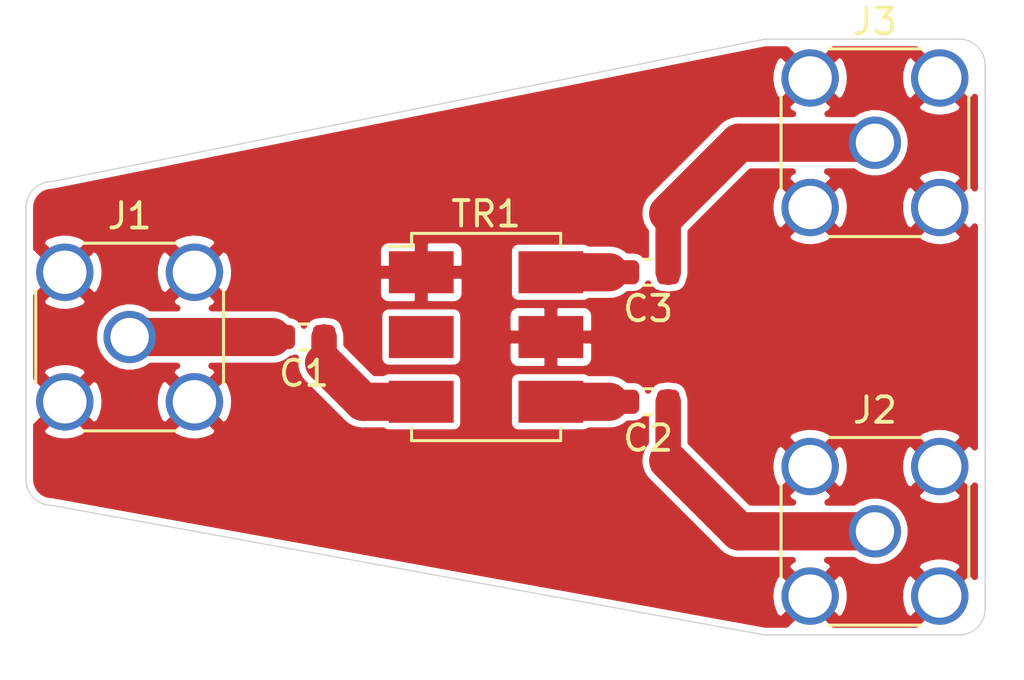
<source format=kicad_pcb>
(kicad_pcb (version 20171130) (host pcbnew 5.1.6-c6e7f7d~86~ubuntu20.04.1)

  (general
    (thickness 1.6)
    (drawings 10)
    (tracks 12)
    (zones 0)
    (modules 7)
    (nets 8)
  )

  (page A4)
  (layers
    (0 F.Cu signal)
    (31 B.Cu signal)
    (32 B.Adhes user)
    (33 F.Adhes user)
    (34 B.Paste user)
    (35 F.Paste user)
    (36 B.SilkS user)
    (37 F.SilkS user)
    (38 B.Mask user)
    (39 F.Mask user)
    (40 Dwgs.User user)
    (41 Cmts.User user)
    (42 Eco1.User user)
    (43 Eco2.User user)
    (44 Edge.Cuts user)
    (45 Margin user)
    (46 B.CrtYd user)
    (47 F.CrtYd user)
    (48 B.Fab user)
    (49 F.Fab user)
  )

  (setup
    (last_trace_width 1)
    (user_trace_width 1)
    (user_trace_width 1.5)
    (trace_clearance 0.2)
    (zone_clearance 0.254)
    (zone_45_only no)
    (trace_min 0.2)
    (via_size 0.8)
    (via_drill 0.4)
    (via_min_size 0.4)
    (via_min_drill 0.3)
    (uvia_size 0.3)
    (uvia_drill 0.1)
    (uvias_allowed no)
    (uvia_min_size 0.2)
    (uvia_min_drill 0.1)
    (edge_width 0.05)
    (segment_width 0.2)
    (pcb_text_width 0.3)
    (pcb_text_size 1.5 1.5)
    (mod_edge_width 0.12)
    (mod_text_size 1 1)
    (mod_text_width 0.15)
    (pad_size 1.524 1.524)
    (pad_drill 0.762)
    (pad_to_mask_clearance 0.05)
    (aux_axis_origin 0 0)
    (visible_elements FFFFFF7F)
    (pcbplotparams
      (layerselection 0x01000_7fffffff)
      (usegerberextensions false)
      (usegerberattributes true)
      (usegerberadvancedattributes true)
      (creategerberjobfile true)
      (excludeedgelayer true)
      (linewidth 0.100000)
      (plotframeref false)
      (viasonmask false)
      (mode 1)
      (useauxorigin false)
      (hpglpennumber 1)
      (hpglpenspeed 20)
      (hpglpendiameter 15.000000)
      (psnegative false)
      (psa4output false)
      (plotreference true)
      (plotvalue true)
      (plotinvisibletext false)
      (padsonsilk false)
      (subtractmaskfromsilk false)
      (outputformat 1)
      (mirror false)
      (drillshape 0)
      (scaleselection 1)
      (outputdirectory "gerbs/"))
  )

  (net 0 "")
  (net 1 "Net-(C1-Pad1)")
  (net 2 "Net-(C1-Pad2)")
  (net 3 "Net-(C2-Pad1)")
  (net 4 "Net-(C2-Pad2)")
  (net 5 "Net-(C3-Pad2)")
  (net 6 "Net-(C3-Pad1)")
  (net 7 GND)

  (net_class Default "This is the default net class."
    (clearance 0.2)
    (trace_width 0.25)
    (via_dia 0.8)
    (via_drill 0.4)
    (uvia_dia 0.3)
    (uvia_drill 0.1)
    (add_net GND)
    (add_net "Net-(C1-Pad1)")
    (add_net "Net-(C1-Pad2)")
    (add_net "Net-(C2-Pad1)")
    (add_net "Net-(C2-Pad2)")
    (add_net "Net-(C3-Pad1)")
    (add_net "Net-(C3-Pad2)")
  )

  (module Capacitor_SMD:C_0603_1608Metric (layer F.Cu) (tedit 5B301BBE) (tstamp 5F0C23BE)
    (at 88.1125 86.36 180)
    (descr "Capacitor SMD 0603 (1608 Metric), square (rectangular) end terminal, IPC_7351 nominal, (Body size source: http://www.tortai-tech.com/upload/download/2011102023233369053.pdf), generated with kicad-footprint-generator")
    (tags capacitor)
    (path /5F0BE945)
    (attr smd)
    (fp_text reference C1 (at 0 -1.43) (layer F.SilkS)
      (effects (font (size 1 1) (thickness 0.15)))
    )
    (fp_text value "100 nF" (at 0 1.43) (layer F.Fab)
      (effects (font (size 1 1) (thickness 0.15)))
    )
    (fp_line (start 1.48 0.73) (end -1.48 0.73) (layer F.CrtYd) (width 0.05))
    (fp_line (start 1.48 -0.73) (end 1.48 0.73) (layer F.CrtYd) (width 0.05))
    (fp_line (start -1.48 -0.73) (end 1.48 -0.73) (layer F.CrtYd) (width 0.05))
    (fp_line (start -1.48 0.73) (end -1.48 -0.73) (layer F.CrtYd) (width 0.05))
    (fp_line (start -0.162779 0.51) (end 0.162779 0.51) (layer F.SilkS) (width 0.12))
    (fp_line (start -0.162779 -0.51) (end 0.162779 -0.51) (layer F.SilkS) (width 0.12))
    (fp_line (start 0.8 0.4) (end -0.8 0.4) (layer F.Fab) (width 0.1))
    (fp_line (start 0.8 -0.4) (end 0.8 0.4) (layer F.Fab) (width 0.1))
    (fp_line (start -0.8 -0.4) (end 0.8 -0.4) (layer F.Fab) (width 0.1))
    (fp_line (start -0.8 0.4) (end -0.8 -0.4) (layer F.Fab) (width 0.1))
    (fp_text user %R (at 0 0) (layer F.Fab)
      (effects (font (size 0.4 0.4) (thickness 0.06)))
    )
    (pad 1 smd roundrect (at -0.7875 0 180) (size 0.875 0.95) (layers F.Cu F.Paste F.Mask) (roundrect_rratio 0.25)
      (net 1 "Net-(C1-Pad1)"))
    (pad 2 smd roundrect (at 0.7875 0 180) (size 0.875 0.95) (layers F.Cu F.Paste F.Mask) (roundrect_rratio 0.25)
      (net 2 "Net-(C1-Pad2)"))
    (model ${KISYS3DMOD}/Capacitor_SMD.3dshapes/C_0603_1608Metric.wrl
      (at (xyz 0 0 0))
      (scale (xyz 1 1 1))
      (rotate (xyz 0 0 0))
    )
  )

  (module Capacitor_SMD:C_0603_1608Metric (layer F.Cu) (tedit 5B301BBE) (tstamp 5F0C2181)
    (at 101.6 88.9 180)
    (descr "Capacitor SMD 0603 (1608 Metric), square (rectangular) end terminal, IPC_7351 nominal, (Body size source: http://www.tortai-tech.com/upload/download/2011102023233369053.pdf), generated with kicad-footprint-generator")
    (tags capacitor)
    (path /5F0C38EF)
    (attr smd)
    (fp_text reference C2 (at 0 -1.43) (layer F.SilkS)
      (effects (font (size 1 1) (thickness 0.15)))
    )
    (fp_text value "100 nF" (at 0 1.43) (layer F.Fab)
      (effects (font (size 1 1) (thickness 0.15)))
    )
    (fp_line (start 1.48 0.73) (end -1.48 0.73) (layer F.CrtYd) (width 0.05))
    (fp_line (start 1.48 -0.73) (end 1.48 0.73) (layer F.CrtYd) (width 0.05))
    (fp_line (start -1.48 -0.73) (end 1.48 -0.73) (layer F.CrtYd) (width 0.05))
    (fp_line (start -1.48 0.73) (end -1.48 -0.73) (layer F.CrtYd) (width 0.05))
    (fp_line (start -0.162779 0.51) (end 0.162779 0.51) (layer F.SilkS) (width 0.12))
    (fp_line (start -0.162779 -0.51) (end 0.162779 -0.51) (layer F.SilkS) (width 0.12))
    (fp_line (start 0.8 0.4) (end -0.8 0.4) (layer F.Fab) (width 0.1))
    (fp_line (start 0.8 -0.4) (end 0.8 0.4) (layer F.Fab) (width 0.1))
    (fp_line (start -0.8 -0.4) (end 0.8 -0.4) (layer F.Fab) (width 0.1))
    (fp_line (start -0.8 0.4) (end -0.8 -0.4) (layer F.Fab) (width 0.1))
    (fp_text user %R (at 0 0) (layer F.Fab)
      (effects (font (size 0.4 0.4) (thickness 0.06)))
    )
    (pad 1 smd roundrect (at -0.7875 0 180) (size 0.875 0.95) (layers F.Cu F.Paste F.Mask) (roundrect_rratio 0.25)
      (net 3 "Net-(C2-Pad1)"))
    (pad 2 smd roundrect (at 0.7875 0 180) (size 0.875 0.95) (layers F.Cu F.Paste F.Mask) (roundrect_rratio 0.25)
      (net 4 "Net-(C2-Pad2)"))
    (model ${KISYS3DMOD}/Capacitor_SMD.3dshapes/C_0603_1608Metric.wrl
      (at (xyz 0 0 0))
      (scale (xyz 1 1 1))
      (rotate (xyz 0 0 0))
    )
  )

  (module Capacitor_SMD:C_0603_1608Metric (layer F.Cu) (tedit 5B301BBE) (tstamp 5F0C267D)
    (at 101.6 83.82 180)
    (descr "Capacitor SMD 0603 (1608 Metric), square (rectangular) end terminal, IPC_7351 nominal, (Body size source: http://www.tortai-tech.com/upload/download/2011102023233369053.pdf), generated with kicad-footprint-generator")
    (tags capacitor)
    (path /5F0C35D1)
    (attr smd)
    (fp_text reference C3 (at 0 -1.43) (layer F.SilkS)
      (effects (font (size 1 1) (thickness 0.15)))
    )
    (fp_text value "100 nF" (at 0 1.43) (layer F.Fab)
      (effects (font (size 1 1) (thickness 0.15)))
    )
    (fp_text user %R (at 0 0) (layer F.Fab)
      (effects (font (size 0.4 0.4) (thickness 0.06)))
    )
    (fp_line (start -0.8 0.4) (end -0.8 -0.4) (layer F.Fab) (width 0.1))
    (fp_line (start -0.8 -0.4) (end 0.8 -0.4) (layer F.Fab) (width 0.1))
    (fp_line (start 0.8 -0.4) (end 0.8 0.4) (layer F.Fab) (width 0.1))
    (fp_line (start 0.8 0.4) (end -0.8 0.4) (layer F.Fab) (width 0.1))
    (fp_line (start -0.162779 -0.51) (end 0.162779 -0.51) (layer F.SilkS) (width 0.12))
    (fp_line (start -0.162779 0.51) (end 0.162779 0.51) (layer F.SilkS) (width 0.12))
    (fp_line (start -1.48 0.73) (end -1.48 -0.73) (layer F.CrtYd) (width 0.05))
    (fp_line (start -1.48 -0.73) (end 1.48 -0.73) (layer F.CrtYd) (width 0.05))
    (fp_line (start 1.48 -0.73) (end 1.48 0.73) (layer F.CrtYd) (width 0.05))
    (fp_line (start 1.48 0.73) (end -1.48 0.73) (layer F.CrtYd) (width 0.05))
    (pad 2 smd roundrect (at 0.7875 0 180) (size 0.875 0.95) (layers F.Cu F.Paste F.Mask) (roundrect_rratio 0.25)
      (net 5 "Net-(C3-Pad2)"))
    (pad 1 smd roundrect (at -0.7875 0 180) (size 0.875 0.95) (layers F.Cu F.Paste F.Mask) (roundrect_rratio 0.25)
      (net 6 "Net-(C3-Pad1)"))
    (model ${KISYS3DMOD}/Capacitor_SMD.3dshapes/C_0603_1608Metric.wrl
      (at (xyz 0 0 0))
      (scale (xyz 1 1 1))
      (rotate (xyz 0 0 0))
    )
  )

  (module Connector_Coaxial:SMA_Amphenol_132134_Vertical (layer F.Cu) (tedit 5B2F4DB6) (tstamp 5F0C28FA)
    (at 81.28 86.36)
    (descr https://www.amphenolrf.com/downloads/dl/file/id/2187/product/2843/132134_customer_drawing.pdf)
    (tags "SMA THT Female Jack Vertical ExtendedLegs")
    (path /5F0BBD12)
    (fp_text reference J1 (at 0 -4.75) (layer F.SilkS)
      (effects (font (size 1 1) (thickness 0.15)))
    )
    (fp_text value UNBAL (at 0 5) (layer F.Fab)
      (effects (font (size 1 1) (thickness 0.15)))
    )
    (fp_line (start -1.8 -3.68) (end 1.8 -3.68) (layer F.SilkS) (width 0.12))
    (fp_line (start -1.8 3.68) (end 1.8 3.68) (layer F.SilkS) (width 0.12))
    (fp_line (start 3.68 -1.8) (end 3.68 1.8) (layer F.SilkS) (width 0.12))
    (fp_line (start -3.68 -1.8) (end -3.68 1.8) (layer F.SilkS) (width 0.12))
    (fp_line (start 3.5 -3.5) (end 3.5 3.5) (layer F.Fab) (width 0.1))
    (fp_line (start -3.5 3.5) (end 3.5 3.5) (layer F.Fab) (width 0.1))
    (fp_line (start -3.5 -3.5) (end -3.5 3.5) (layer F.Fab) (width 0.1))
    (fp_line (start -3.5 -3.5) (end 3.5 -3.5) (layer F.Fab) (width 0.1))
    (fp_line (start -4.17 -4.17) (end 4.17 -4.17) (layer F.CrtYd) (width 0.05))
    (fp_line (start -4.17 -4.17) (end -4.17 4.17) (layer F.CrtYd) (width 0.05))
    (fp_line (start 4.17 4.17) (end 4.17 -4.17) (layer F.CrtYd) (width 0.05))
    (fp_line (start 4.17 4.17) (end -4.17 4.17) (layer F.CrtYd) (width 0.05))
    (fp_circle (center 0 0) (end 3.175 0) (layer F.Fab) (width 0.1))
    (fp_text user %R (at 0 0) (layer F.Fab)
      (effects (font (size 1 1) (thickness 0.15)))
    )
    (pad 1 thru_hole circle (at 0 0) (size 2.05 2.05) (drill 1.5) (layers *.Cu *.Mask)
      (net 2 "Net-(C1-Pad2)"))
    (pad 2 thru_hole circle (at 2.54 2.54) (size 2.25 2.25) (drill 1.7) (layers *.Cu *.Mask)
      (net 7 GND))
    (pad 2 thru_hole circle (at 2.54 -2.54) (size 2.25 2.25) (drill 1.7) (layers *.Cu *.Mask)
      (net 7 GND))
    (pad 2 thru_hole circle (at -2.54 -2.54) (size 2.25 2.25) (drill 1.7) (layers *.Cu *.Mask)
      (net 7 GND))
    (pad 2 thru_hole circle (at -2.54 2.54) (size 2.25 2.25) (drill 1.7) (layers *.Cu *.Mask)
      (net 7 GND))
    (model ${KISYS3DMOD}/Connector_Coaxial.3dshapes/SMA_Amphenol_132134_Vertical.wrl
      (at (xyz 0 0 0))
      (scale (xyz 1 1 1))
      (rotate (xyz 0 0 0))
    )
  )

  (module Connector_Coaxial:SMA_Amphenol_132134_Vertical (layer F.Cu) (tedit 5B2F4DB6) (tstamp 5F0C27CE)
    (at 110.49 93.98)
    (descr https://www.amphenolrf.com/downloads/dl/file/id/2187/product/2843/132134_customer_drawing.pdf)
    (tags "SMA THT Female Jack Vertical ExtendedLegs")
    (path /5F0BC91E)
    (fp_text reference J2 (at 0 -4.75) (layer F.SilkS)
      (effects (font (size 1 1) (thickness 0.15)))
    )
    (fp_text value BAL1 (at 0 5) (layer F.Fab)
      (effects (font (size 1 1) (thickness 0.15)))
    )
    (fp_text user %R (at 0 0) (layer F.Fab)
      (effects (font (size 1 1) (thickness 0.15)))
    )
    (fp_circle (center 0 0) (end 3.175 0) (layer F.Fab) (width 0.1))
    (fp_line (start 4.17 4.17) (end -4.17 4.17) (layer F.CrtYd) (width 0.05))
    (fp_line (start 4.17 4.17) (end 4.17 -4.17) (layer F.CrtYd) (width 0.05))
    (fp_line (start -4.17 -4.17) (end -4.17 4.17) (layer F.CrtYd) (width 0.05))
    (fp_line (start -4.17 -4.17) (end 4.17 -4.17) (layer F.CrtYd) (width 0.05))
    (fp_line (start -3.5 -3.5) (end 3.5 -3.5) (layer F.Fab) (width 0.1))
    (fp_line (start -3.5 -3.5) (end -3.5 3.5) (layer F.Fab) (width 0.1))
    (fp_line (start -3.5 3.5) (end 3.5 3.5) (layer F.Fab) (width 0.1))
    (fp_line (start 3.5 -3.5) (end 3.5 3.5) (layer F.Fab) (width 0.1))
    (fp_line (start -3.68 -1.8) (end -3.68 1.8) (layer F.SilkS) (width 0.12))
    (fp_line (start 3.68 -1.8) (end 3.68 1.8) (layer F.SilkS) (width 0.12))
    (fp_line (start -1.8 3.68) (end 1.8 3.68) (layer F.SilkS) (width 0.12))
    (fp_line (start -1.8 -3.68) (end 1.8 -3.68) (layer F.SilkS) (width 0.12))
    (pad 2 thru_hole circle (at -2.54 2.54) (size 2.25 2.25) (drill 1.7) (layers *.Cu *.Mask)
      (net 7 GND))
    (pad 2 thru_hole circle (at -2.54 -2.54) (size 2.25 2.25) (drill 1.7) (layers *.Cu *.Mask)
      (net 7 GND))
    (pad 2 thru_hole circle (at 2.54 -2.54) (size 2.25 2.25) (drill 1.7) (layers *.Cu *.Mask)
      (net 7 GND))
    (pad 2 thru_hole circle (at 2.54 2.54) (size 2.25 2.25) (drill 1.7) (layers *.Cu *.Mask)
      (net 7 GND))
    (pad 1 thru_hole circle (at 0 0) (size 2.05 2.05) (drill 1.5) (layers *.Cu *.Mask)
      (net 3 "Net-(C2-Pad1)"))
    (model ${KISYS3DMOD}/Connector_Coaxial.3dshapes/SMA_Amphenol_132134_Vertical.wrl
      (at (xyz 0 0 0))
      (scale (xyz 1 1 1))
      (rotate (xyz 0 0 0))
    )
  )

  (module Connector_Coaxial:SMA_Amphenol_132134_Vertical (layer F.Cu) (tedit 5B2F4DB6) (tstamp 5F0C21D7)
    (at 110.49 78.74)
    (descr https://www.amphenolrf.com/downloads/dl/file/id/2187/product/2843/132134_customer_drawing.pdf)
    (tags "SMA THT Female Jack Vertical ExtendedLegs")
    (path /5F0BD78E)
    (fp_text reference J3 (at 0 -4.75) (layer F.SilkS)
      (effects (font (size 1 1) (thickness 0.15)))
    )
    (fp_text value BAL2 (at 0 5) (layer F.Fab)
      (effects (font (size 1 1) (thickness 0.15)))
    )
    (fp_line (start -1.8 -3.68) (end 1.8 -3.68) (layer F.SilkS) (width 0.12))
    (fp_line (start -1.8 3.68) (end 1.8 3.68) (layer F.SilkS) (width 0.12))
    (fp_line (start 3.68 -1.8) (end 3.68 1.8) (layer F.SilkS) (width 0.12))
    (fp_line (start -3.68 -1.8) (end -3.68 1.8) (layer F.SilkS) (width 0.12))
    (fp_line (start 3.5 -3.5) (end 3.5 3.5) (layer F.Fab) (width 0.1))
    (fp_line (start -3.5 3.5) (end 3.5 3.5) (layer F.Fab) (width 0.1))
    (fp_line (start -3.5 -3.5) (end -3.5 3.5) (layer F.Fab) (width 0.1))
    (fp_line (start -3.5 -3.5) (end 3.5 -3.5) (layer F.Fab) (width 0.1))
    (fp_line (start -4.17 -4.17) (end 4.17 -4.17) (layer F.CrtYd) (width 0.05))
    (fp_line (start -4.17 -4.17) (end -4.17 4.17) (layer F.CrtYd) (width 0.05))
    (fp_line (start 4.17 4.17) (end 4.17 -4.17) (layer F.CrtYd) (width 0.05))
    (fp_line (start 4.17 4.17) (end -4.17 4.17) (layer F.CrtYd) (width 0.05))
    (fp_circle (center 0 0) (end 3.175 0) (layer F.Fab) (width 0.1))
    (fp_text user %R (at 0 0) (layer F.Fab)
      (effects (font (size 1 1) (thickness 0.15)))
    )
    (pad 1 thru_hole circle (at 0 0) (size 2.05 2.05) (drill 1.5) (layers *.Cu *.Mask)
      (net 6 "Net-(C3-Pad1)"))
    (pad 2 thru_hole circle (at 2.54 2.54) (size 2.25 2.25) (drill 1.7) (layers *.Cu *.Mask)
      (net 7 GND))
    (pad 2 thru_hole circle (at 2.54 -2.54) (size 2.25 2.25) (drill 1.7) (layers *.Cu *.Mask)
      (net 7 GND))
    (pad 2 thru_hole circle (at -2.54 -2.54) (size 2.25 2.25) (drill 1.7) (layers *.Cu *.Mask)
      (net 7 GND))
    (pad 2 thru_hole circle (at -2.54 2.54) (size 2.25 2.25) (drill 1.7) (layers *.Cu *.Mask)
      (net 7 GND))
    (model ${KISYS3DMOD}/Connector_Coaxial.3dshapes/SMA_Amphenol_132134_Vertical.wrl
      (at (xyz 0 0 0))
      (scale (xyz 1 1 1))
      (rotate (xyz 0 0 0))
    )
  )

  (module RF_Mini-Circuits:Mini-Circuits_CD542_H2.84mm (layer F.Cu) (tedit 5A365E23) (tstamp 5F0C21F2)
    (at 95.25 86.36)
    (descr https://ww2.minicircuits.com/case_style/CD542.pdf)
    (tags "RF Transformer")
    (path /5F0D7489)
    (attr smd)
    (fp_text reference TR1 (at 0 -4.826) (layer F.SilkS)
      (effects (font (size 1 1) (thickness 0.15)))
    )
    (fp_text value ADT2-1T (at 0 5.08) (layer F.Fab)
      (effects (font (size 1 1) (thickness 0.15)))
    )
    (fp_line (start 4.06 -4.32) (end -4.06 -4.32) (layer F.CrtYd) (width 0.05))
    (fp_line (start 4.06 4.32) (end -4.06 4.32) (layer F.CrtYd) (width 0.05))
    (fp_line (start 4.06 4.32) (end 4.06 -4.32) (layer F.CrtYd) (width 0.05))
    (fp_line (start -4.06 4.32) (end -4.06 -4.32) (layer F.CrtYd) (width 0.05))
    (fp_line (start 2.921 4.064) (end 2.921 3.556) (layer F.SilkS) (width 0.12))
    (fp_line (start -2.921 4.064) (end 2.921 4.064) (layer F.SilkS) (width 0.12))
    (fp_line (start -2.921 3.556) (end -2.921 4.064) (layer F.SilkS) (width 0.12))
    (fp_line (start -2.921 -3.556) (end -3.81 -3.556) (layer F.SilkS) (width 0.12))
    (fp_line (start -2.921 -4.064) (end -2.921 -3.556) (layer F.SilkS) (width 0.12))
    (fp_line (start 2.921 -4.064) (end -2.921 -4.064) (layer F.SilkS) (width 0.12))
    (fp_line (start 2.921 -3.556) (end 2.921 -4.064) (layer F.SilkS) (width 0.12))
    (fp_line (start -1.794 -3.937) (end -2.794 -2.937) (layer F.Fab) (width 0.1))
    (fp_line (start -1.794 -3.937) (end 2.794 -3.937) (layer F.Fab) (width 0.1))
    (fp_line (start -2.794 3.937) (end -2.794 -2.937) (layer F.Fab) (width 0.1))
    (fp_line (start 2.794 3.937) (end -2.794 3.937) (layer F.Fab) (width 0.1))
    (fp_line (start 2.794 -3.937) (end 2.794 3.937) (layer F.Fab) (width 0.1))
    (fp_text user %R (at 0 0 90) (layer F.Fab)
      (effects (font (size 1 1) (thickness 0.15)))
    )
    (pad 1 smd rect (at -2.54 -2.54) (size 2.54 1.65) (layers F.Cu F.Paste F.Mask)
      (net 7 GND))
    (pad 2 smd rect (at -2.54 0) (size 2.54 1.65) (layers F.Cu F.Paste F.Mask))
    (pad 3 smd rect (at -2.54 2.54) (size 2.54 1.65) (layers F.Cu F.Paste F.Mask)
      (net 1 "Net-(C1-Pad1)"))
    (pad 4 smd rect (at 2.54 2.54) (size 2.54 1.65) (layers F.Cu F.Paste F.Mask)
      (net 4 "Net-(C2-Pad2)"))
    (pad 5 smd rect (at 2.54 0) (size 2.54 1.65) (layers F.Cu F.Paste F.Mask)
      (net 7 GND))
    (pad 6 smd rect (at 2.54 -2.54) (size 2.54 1.65) (layers F.Cu F.Paste F.Mask)
      (net 5 "Net-(C3-Pad2)"))
    (model ${KISYS3DMOD}/RF_Mini-Circuits.3dshapes/Mini-Circuits_CD542_H2.84mm.wrl
      (at (xyz 0 0 0))
      (scale (xyz 1 1 1))
      (rotate (xyz 0 0 0))
    )
  )

  (gr_line (start 106.172 74.676) (end 113.792 74.676) (layer Edge.Cuts) (width 0.05) (tstamp 5F0C29ED))
  (gr_line (start 106.172 98.044) (end 113.792 98.044) (layer Edge.Cuts) (width 0.05) (tstamp 5F0C29EB))
  (gr_line (start 77.216 81.28) (end 77.216 91.948) (layer Edge.Cuts) (width 0.05) (tstamp 5F0C29E1))
  (gr_line (start 106.172 74.676) (end 78.232 80.264) (layer Edge.Cuts) (width 0.05) (tstamp 5F0C2975))
  (gr_line (start 114.808 97.028) (end 114.808 75.692) (layer Edge.Cuts) (width 0.05) (tstamp 5F0C2971))
  (gr_line (start 78.232 92.964) (end 106.172 98.044) (layer Edge.Cuts) (width 0.05) (tstamp 5F0C2970))
  (gr_arc (start 113.792 97.028) (end 113.792 98.044) (angle -90) (layer Edge.Cuts) (width 0.05))
  (gr_arc (start 78.232 81.28) (end 78.232 80.264) (angle -90) (layer Edge.Cuts) (width 0.05))
  (gr_arc (start 113.792 75.692) (end 114.808 75.692) (angle -90) (layer Edge.Cuts) (width 0.05))
  (gr_arc (start 78.232 91.948) (end 77.216 91.948) (angle -90) (layer Edge.Cuts) (width 0.05))

  (segment (start 92.71 88.9) (end 90.424 88.9) (width 1.5) (layer F.Cu) (net 1))
  (segment (start 90.424 88.9) (end 88.9 87.376) (width 1.5) (layer F.Cu) (net 1))
  (segment (start 88.9 87.376) (end 88.9 86.36) (width 1) (layer F.Cu) (net 1))
  (segment (start 81.28 86.36) (end 86.868 86.36) (width 1.5) (layer F.Cu) (net 2))
  (segment (start 110.49 93.98) (end 105.156 93.98) (width 1.5) (layer F.Cu) (net 3))
  (segment (start 105.156 93.98) (end 102.3875 91.2115) (width 1.5) (layer F.Cu) (net 3))
  (segment (start 102.3875 91.2115) (end 102.3875 88.9) (width 1) (layer F.Cu) (net 3))
  (segment (start 97.79 88.9) (end 100.076 88.9) (width 1.5) (layer F.Cu) (net 4))
  (segment (start 97.79 83.82) (end 100.076 83.82) (width 1.5) (layer F.Cu) (net 5))
  (segment (start 110.49 78.74) (end 105.156 78.74) (width 1.5) (layer F.Cu) (net 6))
  (segment (start 105.156 78.74) (end 102.3875 81.5085) (width 1.5) (layer F.Cu) (net 6))
  (segment (start 102.3875 81.5085) (end 102.3875 83.82) (width 1) (layer F.Cu) (net 6))

  (zone (net 7) (net_name GND) (layer F.Cu) (tstamp 5F0C2A9B) (hatch edge 0.508)
    (connect_pads (clearance 0.254))
    (min_thickness 0.254)
    (fill yes (arc_segments 32) (thermal_gap 0.308) (thermal_bridge_width 0.508))
    (polygon
      (pts
        (xy 116.332 99.06) (xy 106.68 99.06) (xy 76.2 93.98) (xy 76.2 79.248) (xy 103.632 73.66)
        (xy 116.332 73.152)
      )
    )
    (filled_polygon
      (pts
        (xy 107.012193 75.082588) (xy 107.95 76.020395) (xy 108.887807 75.082588) (xy 108.887482 75.082) (xy 112.092518 75.082)
        (xy 112.092193 75.082588) (xy 113.03 76.020395) (xy 113.044143 76.006253) (xy 113.223748 76.185858) (xy 113.209605 76.2)
        (xy 114.147412 77.137807) (xy 114.368653 77.015607) (xy 114.402001 76.946401) (xy 114.402001 80.526783) (xy 114.368653 80.464393)
        (xy 114.147412 80.342193) (xy 113.209605 81.28) (xy 114.147412 82.217807) (xy 114.368653 82.095607) (xy 114.402001 82.026402)
        (xy 114.402 90.686782) (xy 114.368653 90.624393) (xy 114.147412 90.502193) (xy 113.209605 91.44) (xy 114.147412 92.377807)
        (xy 114.368653 92.255607) (xy 114.402 92.186403) (xy 114.402 95.766782) (xy 114.368653 95.704393) (xy 114.147412 95.582193)
        (xy 113.209605 96.52) (xy 113.223748 96.534143) (xy 113.044143 96.713748) (xy 113.03 96.699605) (xy 112.092193 97.637412)
        (xy 112.092518 97.638) (xy 108.887482 97.638) (xy 108.887807 97.637412) (xy 107.95 96.699605) (xy 107.012193 97.637412)
        (xy 107.012518 97.638) (xy 106.208613 97.638) (xy 100.420203 96.585562) (xy 106.383824 96.585562) (xy 106.426708 96.889848)
        (xy 106.528132 97.179921) (xy 106.611347 97.335607) (xy 106.832588 97.457807) (xy 107.770395 96.52) (xy 108.129605 96.52)
        (xy 109.067412 97.457807) (xy 109.288653 97.335607) (xy 109.422048 97.058777) (xy 109.498873 96.761243) (xy 109.50878 96.585562)
        (xy 111.463824 96.585562) (xy 111.506708 96.889848) (xy 111.608132 97.179921) (xy 111.691347 97.335607) (xy 111.912588 97.457807)
        (xy 112.850395 96.52) (xy 111.912588 95.582193) (xy 111.691347 95.704393) (xy 111.557952 95.981223) (xy 111.481127 96.278757)
        (xy 111.463824 96.585562) (xy 109.50878 96.585562) (xy 109.516176 96.454438) (xy 109.473292 96.150152) (xy 109.371868 95.860079)
        (xy 109.288653 95.704393) (xy 109.067412 95.582193) (xy 108.129605 96.52) (xy 107.770395 96.52) (xy 106.832588 95.582193)
        (xy 106.611347 95.704393) (xy 106.477952 95.981223) (xy 106.401127 96.278757) (xy 106.383824 96.585562) (xy 100.420203 96.585562)
        (xy 78.285008 92.560982) (xy 78.268408 92.559623) (xy 78.113895 92.544473) (xy 78.000291 92.510174) (xy 77.895508 92.454461)
        (xy 77.803547 92.379459) (xy 77.727902 92.28802) (xy 77.671457 92.183628) (xy 77.636367 92.070269) (xy 77.622 91.933576)
        (xy 77.622 90.017412) (xy 77.802193 90.017412) (xy 77.924393 90.238653) (xy 78.201223 90.372048) (xy 78.498757 90.448873)
        (xy 78.805562 90.466176) (xy 79.109848 90.423292) (xy 79.399921 90.321868) (xy 79.555607 90.238653) (xy 79.677807 90.017412)
        (xy 82.882193 90.017412) (xy 83.004393 90.238653) (xy 83.281223 90.372048) (xy 83.578757 90.448873) (xy 83.885562 90.466176)
        (xy 84.189848 90.423292) (xy 84.479921 90.321868) (xy 84.635607 90.238653) (xy 84.757807 90.017412) (xy 83.82 89.079605)
        (xy 82.882193 90.017412) (xy 79.677807 90.017412) (xy 78.74 89.079605) (xy 77.802193 90.017412) (xy 77.622 90.017412)
        (xy 77.622 89.837482) (xy 77.622588 89.837807) (xy 78.560395 88.9) (xy 78.919605 88.9) (xy 79.857412 89.837807)
        (xy 80.078653 89.715607) (xy 80.212048 89.438777) (xy 80.288873 89.141243) (xy 80.29878 88.965562) (xy 82.253824 88.965562)
        (xy 82.296708 89.269848) (xy 82.398132 89.559921) (xy 82.481347 89.715607) (xy 82.702588 89.837807) (xy 83.640395 88.9)
        (xy 83.999605 88.9) (xy 84.937412 89.837807) (xy 85.158653 89.715607) (xy 85.292048 89.438777) (xy 85.368873 89.141243)
        (xy 85.386176 88.834438) (xy 85.343292 88.530152) (xy 85.241868 88.240079) (xy 85.158653 88.084393) (xy 84.937412 87.962193)
        (xy 83.999605 88.9) (xy 83.640395 88.9) (xy 82.702588 87.962193) (xy 82.481347 88.084393) (xy 82.347952 88.361223)
        (xy 82.271127 88.658757) (xy 82.253824 88.965562) (xy 80.29878 88.965562) (xy 80.306176 88.834438) (xy 80.263292 88.530152)
        (xy 80.161868 88.240079) (xy 80.078653 88.084393) (xy 79.857412 87.962193) (xy 78.919605 88.9) (xy 78.560395 88.9)
        (xy 77.622588 87.962193) (xy 77.622 87.962518) (xy 77.622 87.782588) (xy 77.802193 87.782588) (xy 78.74 88.720395)
        (xy 79.677807 87.782588) (xy 79.555607 87.561347) (xy 79.278777 87.427952) (xy 78.981243 87.351127) (xy 78.674438 87.333824)
        (xy 78.370152 87.376708) (xy 78.080079 87.478132) (xy 77.924393 87.561347) (xy 77.802193 87.782588) (xy 77.622 87.782588)
        (xy 77.622 86.221521) (xy 79.874 86.221521) (xy 79.874 86.498479) (xy 79.928032 86.770115) (xy 80.034019 87.025991)
        (xy 80.187889 87.256273) (xy 80.383727 87.452111) (xy 80.614009 87.605981) (xy 80.869885 87.711968) (xy 81.141521 87.766)
        (xy 81.418479 87.766) (xy 81.690115 87.711968) (xy 81.945991 87.605981) (xy 82.118072 87.491) (xy 83.136004 87.491)
        (xy 83.004393 87.561347) (xy 82.882193 87.782588) (xy 83.82 88.720395) (xy 84.757807 87.782588) (xy 84.635607 87.561347)
        (xy 84.489618 87.491) (xy 86.923558 87.491) (xy 87.089715 87.474635) (xy 87.302909 87.409963) (xy 87.49939 87.304942)
        (xy 87.613944 87.21093) (xy 87.661115 87.206284) (xy 87.77397 87.172049) (xy 87.784152 87.166607) (xy 87.763529 87.376)
        (xy 87.785365 87.597714) (xy 87.850037 87.810908) (xy 87.955058 88.007389) (xy 88.060977 88.136452) (xy 89.584975 89.66045)
        (xy 89.620393 89.703607) (xy 89.79261 89.844942) (xy 89.989091 89.949963) (xy 90.202285 90.014635) (xy 90.368442 90.031)
        (xy 90.368451 90.031) (xy 90.423999 90.036471) (xy 90.479547 90.031) (xy 91.212289 90.031) (xy 91.227304 90.043322)
        (xy 91.293492 90.078701) (xy 91.365311 90.100487) (xy 91.44 90.107843) (xy 93.98 90.107843) (xy 94.054689 90.100487)
        (xy 94.126508 90.078701) (xy 94.192696 90.043322) (xy 94.250711 89.995711) (xy 94.298322 89.937696) (xy 94.333701 89.871508)
        (xy 94.355487 89.799689) (xy 94.362843 89.725) (xy 94.362843 88.075) (xy 96.137157 88.075) (xy 96.137157 89.725)
        (xy 96.144513 89.799689) (xy 96.166299 89.871508) (xy 96.201678 89.937696) (xy 96.249289 89.995711) (xy 96.307304 90.043322)
        (xy 96.373492 90.078701) (xy 96.445311 90.100487) (xy 96.52 90.107843) (xy 99.06 90.107843) (xy 99.134689 90.100487)
        (xy 99.206508 90.078701) (xy 99.272696 90.043322) (xy 99.287711 90.031) (xy 100.131558 90.031) (xy 100.297715 90.014635)
        (xy 100.510909 89.949963) (xy 100.70739 89.844942) (xy 100.81352 89.757843) (xy 101.03125 89.757843) (xy 101.148615 89.746284)
        (xy 101.26147 89.712049) (xy 101.365477 89.656456) (xy 101.45664 89.58164) (xy 101.506501 89.520885) (xy 101.5065 90.502197)
        (xy 101.442558 90.580111) (xy 101.337537 90.776592) (xy 101.272865 90.989786) (xy 101.251029 91.2115) (xy 101.272865 91.433214)
        (xy 101.337537 91.646408) (xy 101.442558 91.842889) (xy 101.548477 91.971952) (xy 104.316979 94.740455) (xy 104.352393 94.783607)
        (xy 104.52461 94.924942) (xy 104.721091 95.029963) (xy 104.934285 95.094635) (xy 105.100442 95.111) (xy 105.100451 95.111)
        (xy 105.155999 95.116471) (xy 105.211547 95.111) (xy 107.266004 95.111) (xy 107.134393 95.181347) (xy 107.012193 95.402588)
        (xy 107.95 96.340395) (xy 108.887807 95.402588) (xy 112.092193 95.402588) (xy 113.03 96.340395) (xy 113.967807 95.402588)
        (xy 113.845607 95.181347) (xy 113.568777 95.047952) (xy 113.271243 94.971127) (xy 112.964438 94.953824) (xy 112.660152 94.996708)
        (xy 112.370079 95.098132) (xy 112.214393 95.181347) (xy 112.092193 95.402588) (xy 108.887807 95.402588) (xy 108.765607 95.181347)
        (xy 108.619618 95.111) (xy 109.651928 95.111) (xy 109.824009 95.225981) (xy 110.079885 95.331968) (xy 110.351521 95.386)
        (xy 110.628479 95.386) (xy 110.900115 95.331968) (xy 111.155991 95.225981) (xy 111.386273 95.072111) (xy 111.582111 94.876273)
        (xy 111.735981 94.645991) (xy 111.841968 94.390115) (xy 111.896 94.118479) (xy 111.896 93.841521) (xy 111.841968 93.569885)
        (xy 111.735981 93.314009) (xy 111.582111 93.083727) (xy 111.386273 92.887889) (xy 111.155991 92.734019) (xy 110.900115 92.628032)
        (xy 110.628479 92.574) (xy 110.351521 92.574) (xy 110.079885 92.628032) (xy 109.824009 92.734019) (xy 109.651928 92.849)
        (xy 108.633996 92.849) (xy 108.765607 92.778653) (xy 108.887807 92.557412) (xy 112.092193 92.557412) (xy 112.214393 92.778653)
        (xy 112.491223 92.912048) (xy 112.788757 92.988873) (xy 113.095562 93.006176) (xy 113.399848 92.963292) (xy 113.689921 92.861868)
        (xy 113.845607 92.778653) (xy 113.967807 92.557412) (xy 113.03 91.619605) (xy 112.092193 92.557412) (xy 108.887807 92.557412)
        (xy 107.95 91.619605) (xy 107.012193 92.557412) (xy 107.134393 92.778653) (xy 107.280382 92.849) (xy 105.624476 92.849)
        (xy 104.281038 91.505562) (xy 106.383824 91.505562) (xy 106.426708 91.809848) (xy 106.528132 92.099921) (xy 106.611347 92.255607)
        (xy 106.832588 92.377807) (xy 107.770395 91.44) (xy 108.129605 91.44) (xy 109.067412 92.377807) (xy 109.288653 92.255607)
        (xy 109.422048 91.978777) (xy 109.498873 91.681243) (xy 109.50878 91.505562) (xy 111.463824 91.505562) (xy 111.506708 91.809848)
        (xy 111.608132 92.099921) (xy 111.691347 92.255607) (xy 111.912588 92.377807) (xy 112.850395 91.44) (xy 111.912588 90.502193)
        (xy 111.691347 90.624393) (xy 111.557952 90.901223) (xy 111.481127 91.198757) (xy 111.463824 91.505562) (xy 109.50878 91.505562)
        (xy 109.516176 91.374438) (xy 109.473292 91.070152) (xy 109.371868 90.780079) (xy 109.288653 90.624393) (xy 109.067412 90.502193)
        (xy 108.129605 91.44) (xy 107.770395 91.44) (xy 106.832588 90.502193) (xy 106.611347 90.624393) (xy 106.477952 90.901223)
        (xy 106.401127 91.198757) (xy 106.383824 91.505562) (xy 104.281038 91.505562) (xy 103.2685 90.493025) (xy 103.2685 90.322588)
        (xy 107.012193 90.322588) (xy 107.95 91.260395) (xy 108.887807 90.322588) (xy 112.092193 90.322588) (xy 113.03 91.260395)
        (xy 113.967807 90.322588) (xy 113.845607 90.101347) (xy 113.568777 89.967952) (xy 113.271243 89.891127) (xy 112.964438 89.873824)
        (xy 112.660152 89.916708) (xy 112.370079 90.018132) (xy 112.214393 90.101347) (xy 112.092193 90.322588) (xy 108.887807 90.322588)
        (xy 108.765607 90.101347) (xy 108.488777 89.967952) (xy 108.191243 89.891127) (xy 107.884438 89.873824) (xy 107.580152 89.916708)
        (xy 107.290079 90.018132) (xy 107.134393 90.101347) (xy 107.012193 90.322588) (xy 103.2685 90.322588) (xy 103.2685 88.856727)
        (xy 103.255752 88.727294) (xy 103.205375 88.561225) (xy 103.198437 88.548245) (xy 103.196284 88.526385) (xy 103.162049 88.41353)
        (xy 103.106456 88.309523) (xy 103.03164 88.21836) (xy 102.940477 88.143544) (xy 102.83647 88.087951) (xy 102.723615 88.053716)
        (xy 102.60625 88.042157) (xy 102.59452 88.042157) (xy 102.560206 88.031748) (xy 102.3875 88.014738) (xy 102.214795 88.031748)
        (xy 102.180481 88.042157) (xy 102.16875 88.042157) (xy 102.051385 88.053716) (xy 101.93853 88.087951) (xy 101.834523 88.143544)
        (xy 101.74336 88.21836) (xy 101.668544 88.309523) (xy 101.612951 88.41353) (xy 101.6 88.456223) (xy 101.587049 88.41353)
        (xy 101.531456 88.309523) (xy 101.45664 88.21836) (xy 101.365477 88.143544) (xy 101.26147 88.087951) (xy 101.148615 88.053716)
        (xy 101.03125 88.042157) (xy 100.81352 88.042157) (xy 100.70739 87.955058) (xy 100.510909 87.850037) (xy 100.297715 87.785365)
        (xy 100.131558 87.769) (xy 99.287711 87.769) (xy 99.272696 87.756678) (xy 99.206508 87.721299) (xy 99.134689 87.699513)
        (xy 99.06 87.692157) (xy 96.52 87.692157) (xy 96.445311 87.699513) (xy 96.373492 87.721299) (xy 96.307304 87.756678)
        (xy 96.249289 87.804289) (xy 96.201678 87.862304) (xy 96.166299 87.928492) (xy 96.144513 88.000311) (xy 96.137157 88.075)
        (xy 94.362843 88.075) (xy 94.355487 88.000311) (xy 94.333701 87.928492) (xy 94.298322 87.862304) (xy 94.250711 87.804289)
        (xy 94.192696 87.756678) (xy 94.126508 87.721299) (xy 94.054689 87.699513) (xy 93.98 87.692157) (xy 91.44 87.692157)
        (xy 91.365311 87.699513) (xy 91.293492 87.721299) (xy 91.227304 87.756678) (xy 91.212289 87.769) (xy 90.892475 87.769)
        (xy 89.781 86.657525) (xy 89.781 86.316727) (xy 89.768252 86.187294) (xy 89.717875 86.021225) (xy 89.710937 86.008245)
        (xy 89.708784 85.986385) (xy 89.674549 85.87353) (xy 89.618956 85.769523) (xy 89.54414 85.67836) (xy 89.452977 85.603544)
        (xy 89.34897 85.547951) (xy 89.306278 85.535) (xy 91.057157 85.535) (xy 91.057157 87.185) (xy 91.064513 87.259689)
        (xy 91.086299 87.331508) (xy 91.121678 87.397696) (xy 91.169289 87.455711) (xy 91.227304 87.503322) (xy 91.293492 87.538701)
        (xy 91.365311 87.560487) (xy 91.44 87.567843) (xy 93.98 87.567843) (xy 94.054689 87.560487) (xy 94.126508 87.538701)
        (xy 94.192696 87.503322) (xy 94.250711 87.455711) (xy 94.298322 87.397696) (xy 94.333701 87.331508) (xy 94.355487 87.259689)
        (xy 94.362843 87.185) (xy 96.082895 87.185) (xy 96.091294 87.270275) (xy 96.116168 87.352273) (xy 96.15656 87.427843)
        (xy 96.21092 87.49408) (xy 96.277157 87.54844) (xy 96.352727 87.588832) (xy 96.434725 87.613706) (xy 96.52 87.622105)
        (xy 97.55425 87.62) (xy 97.663 87.51125) (xy 97.663 86.487) (xy 97.917 86.487) (xy 97.917 87.51125)
        (xy 98.02575 87.62) (xy 99.06 87.622105) (xy 99.145275 87.613706) (xy 99.227273 87.588832) (xy 99.302843 87.54844)
        (xy 99.36908 87.49408) (xy 99.42344 87.427843) (xy 99.463832 87.352273) (xy 99.488706 87.270275) (xy 99.497105 87.185)
        (xy 99.495 86.59575) (xy 99.38625 86.487) (xy 97.917 86.487) (xy 97.663 86.487) (xy 96.19375 86.487)
        (xy 96.085 86.59575) (xy 96.082895 87.185) (xy 94.362843 87.185) (xy 94.362843 85.535) (xy 96.082895 85.535)
        (xy 96.085 86.12425) (xy 96.19375 86.233) (xy 97.663 86.233) (xy 97.663 85.20875) (xy 97.917 85.20875)
        (xy 97.917 86.233) (xy 99.38625 86.233) (xy 99.495 86.12425) (xy 99.497105 85.535) (xy 99.488706 85.449725)
        (xy 99.463832 85.367727) (xy 99.42344 85.292157) (xy 99.36908 85.22592) (xy 99.302843 85.17156) (xy 99.227273 85.131168)
        (xy 99.145275 85.106294) (xy 99.06 85.097895) (xy 98.02575 85.1) (xy 97.917 85.20875) (xy 97.663 85.20875)
        (xy 97.55425 85.1) (xy 96.52 85.097895) (xy 96.434725 85.106294) (xy 96.352727 85.131168) (xy 96.277157 85.17156)
        (xy 96.21092 85.22592) (xy 96.15656 85.292157) (xy 96.116168 85.367727) (xy 96.091294 85.449725) (xy 96.082895 85.535)
        (xy 94.362843 85.535) (xy 94.355487 85.460311) (xy 94.333701 85.388492) (xy 94.298322 85.322304) (xy 94.250711 85.264289)
        (xy 94.192696 85.216678) (xy 94.126508 85.181299) (xy 94.054689 85.159513) (xy 93.98 85.152157) (xy 91.44 85.152157)
        (xy 91.365311 85.159513) (xy 91.293492 85.181299) (xy 91.227304 85.216678) (xy 91.169289 85.264289) (xy 91.121678 85.322304)
        (xy 91.086299 85.388492) (xy 91.064513 85.460311) (xy 91.057157 85.535) (xy 89.306278 85.535) (xy 89.236115 85.513716)
        (xy 89.11875 85.502157) (xy 89.10702 85.502157) (xy 89.072706 85.491748) (xy 88.9 85.474738) (xy 88.727295 85.491748)
        (xy 88.692981 85.502157) (xy 88.68125 85.502157) (xy 88.563885 85.513716) (xy 88.45103 85.547951) (xy 88.347023 85.603544)
        (xy 88.25586 85.67836) (xy 88.181044 85.769523) (xy 88.125451 85.87353) (xy 88.1125 85.916223) (xy 88.099549 85.87353)
        (xy 88.043956 85.769523) (xy 87.96914 85.67836) (xy 87.877977 85.603544) (xy 87.77397 85.547951) (xy 87.661115 85.513716)
        (xy 87.613944 85.50907) (xy 87.49939 85.415058) (xy 87.302909 85.310037) (xy 87.089715 85.245365) (xy 86.923558 85.229)
        (xy 84.503996 85.229) (xy 84.635607 85.158653) (xy 84.757807 84.937412) (xy 83.82 83.999605) (xy 82.882193 84.937412)
        (xy 83.004393 85.158653) (xy 83.150382 85.229) (xy 82.118072 85.229) (xy 81.945991 85.114019) (xy 81.690115 85.008032)
        (xy 81.418479 84.954) (xy 81.141521 84.954) (xy 80.869885 85.008032) (xy 80.614009 85.114019) (xy 80.383727 85.267889)
        (xy 80.187889 85.463727) (xy 80.034019 85.694009) (xy 79.928032 85.949885) (xy 79.874 86.221521) (xy 77.622 86.221521)
        (xy 77.622 84.937412) (xy 77.802193 84.937412) (xy 77.924393 85.158653) (xy 78.201223 85.292048) (xy 78.498757 85.368873)
        (xy 78.805562 85.386176) (xy 79.109848 85.343292) (xy 79.399921 85.241868) (xy 79.555607 85.158653) (xy 79.677807 84.937412)
        (xy 78.74 83.999605) (xy 77.802193 84.937412) (xy 77.622 84.937412) (xy 77.622 84.757482) (xy 77.622588 84.757807)
        (xy 78.560395 83.82) (xy 78.919605 83.82) (xy 79.857412 84.757807) (xy 80.078653 84.635607) (xy 80.212048 84.358777)
        (xy 80.288873 84.061243) (xy 80.29878 83.885562) (xy 82.253824 83.885562) (xy 82.296708 84.189848) (xy 82.398132 84.479921)
        (xy 82.481347 84.635607) (xy 82.702588 84.757807) (xy 83.640395 83.82) (xy 83.999605 83.82) (xy 84.937412 84.757807)
        (xy 85.141647 84.645) (xy 91.002895 84.645) (xy 91.011294 84.730275) (xy 91.036168 84.812273) (xy 91.07656 84.887843)
        (xy 91.13092 84.95408) (xy 91.197157 85.00844) (xy 91.272727 85.048832) (xy 91.354725 85.073706) (xy 91.44 85.082105)
        (xy 92.47425 85.08) (xy 92.583 84.97125) (xy 92.583 83.947) (xy 92.837 83.947) (xy 92.837 84.97125)
        (xy 92.94575 85.08) (xy 93.98 85.082105) (xy 94.065275 85.073706) (xy 94.147273 85.048832) (xy 94.222843 85.00844)
        (xy 94.28908 84.95408) (xy 94.34344 84.887843) (xy 94.383832 84.812273) (xy 94.408706 84.730275) (xy 94.417105 84.645)
        (xy 94.415 84.05575) (xy 94.30625 83.947) (xy 92.837 83.947) (xy 92.583 83.947) (xy 91.11375 83.947)
        (xy 91.005 84.05575) (xy 91.002895 84.645) (xy 85.141647 84.645) (xy 85.158653 84.635607) (xy 85.292048 84.358777)
        (xy 85.368873 84.061243) (xy 85.386176 83.754438) (xy 85.343292 83.450152) (xy 85.241868 83.160079) (xy 85.158653 83.004393)
        (xy 85.141648 82.995) (xy 91.002895 82.995) (xy 91.005 83.58425) (xy 91.11375 83.693) (xy 92.583 83.693)
        (xy 92.583 82.66875) (xy 92.837 82.66875) (xy 92.837 83.693) (xy 94.30625 83.693) (xy 94.415 83.58425)
        (xy 94.417105 82.995) (xy 96.137157 82.995) (xy 96.137157 84.645) (xy 96.144513 84.719689) (xy 96.166299 84.791508)
        (xy 96.201678 84.857696) (xy 96.249289 84.915711) (xy 96.307304 84.963322) (xy 96.373492 84.998701) (xy 96.445311 85.020487)
        (xy 96.52 85.027843) (xy 99.06 85.027843) (xy 99.134689 85.020487) (xy 99.206508 84.998701) (xy 99.272696 84.963322)
        (xy 99.287711 84.951) (xy 100.131558 84.951) (xy 100.297715 84.934635) (xy 100.510909 84.869963) (xy 100.70739 84.764942)
        (xy 100.81352 84.677843) (xy 101.03125 84.677843) (xy 101.148615 84.666284) (xy 101.26147 84.632049) (xy 101.365477 84.576456)
        (xy 101.45664 84.50164) (xy 101.531456 84.410477) (xy 101.587049 84.30647) (xy 101.6 84.263777) (xy 101.612951 84.30647)
        (xy 101.668544 84.410477) (xy 101.74336 84.50164) (xy 101.834523 84.576456) (xy 101.93853 84.632049) (xy 102.051385 84.666284)
        (xy 102.16875 84.677843) (xy 102.180481 84.677843) (xy 102.214795 84.688252) (xy 102.3875 84.705262) (xy 102.560206 84.688252)
        (xy 102.59452 84.677843) (xy 102.60625 84.677843) (xy 102.723615 84.666284) (xy 102.83647 84.632049) (xy 102.940477 84.576456)
        (xy 103.03164 84.50164) (xy 103.106456 84.410477) (xy 103.162049 84.30647) (xy 103.196284 84.193615) (xy 103.198437 84.171755)
        (xy 103.205375 84.158775) (xy 103.255752 83.992706) (xy 103.2685 83.863273) (xy 103.2685 82.397412) (xy 107.012193 82.397412)
        (xy 107.134393 82.618653) (xy 107.411223 82.752048) (xy 107.708757 82.828873) (xy 108.015562 82.846176) (xy 108.319848 82.803292)
        (xy 108.609921 82.701868) (xy 108.765607 82.618653) (xy 108.887807 82.397412) (xy 112.092193 82.397412) (xy 112.214393 82.618653)
        (xy 112.491223 82.752048) (xy 112.788757 82.828873) (xy 113.095562 82.846176) (xy 113.399848 82.803292) (xy 113.689921 82.701868)
        (xy 113.845607 82.618653) (xy 113.967807 82.397412) (xy 113.03 81.459605) (xy 112.092193 82.397412) (xy 108.887807 82.397412)
        (xy 107.95 81.459605) (xy 107.012193 82.397412) (xy 103.2685 82.397412) (xy 103.2685 82.226975) (xy 104.149913 81.345562)
        (xy 106.383824 81.345562) (xy 106.426708 81.649848) (xy 106.528132 81.939921) (xy 106.611347 82.095607) (xy 106.832588 82.217807)
        (xy 107.770395 81.28) (xy 108.129605 81.28) (xy 109.067412 82.217807) (xy 109.288653 82.095607) (xy 109.422048 81.818777)
        (xy 109.498873 81.521243) (xy 109.50878 81.345562) (xy 111.463824 81.345562) (xy 111.506708 81.649848) (xy 111.608132 81.939921)
        (xy 111.691347 82.095607) (xy 111.912588 82.217807) (xy 112.850395 81.28) (xy 111.912588 80.342193) (xy 111.691347 80.464393)
        (xy 111.557952 80.741223) (xy 111.481127 81.038757) (xy 111.463824 81.345562) (xy 109.50878 81.345562) (xy 109.516176 81.214438)
        (xy 109.473292 80.910152) (xy 109.371868 80.620079) (xy 109.288653 80.464393) (xy 109.067412 80.342193) (xy 108.129605 81.28)
        (xy 107.770395 81.28) (xy 106.832588 80.342193) (xy 106.611347 80.464393) (xy 106.477952 80.741223) (xy 106.401127 81.038757)
        (xy 106.383824 81.345562) (xy 104.149913 81.345562) (xy 105.624476 79.871) (xy 107.266004 79.871) (xy 107.134393 79.941347)
        (xy 107.012193 80.162588) (xy 107.95 81.100395) (xy 108.887807 80.162588) (xy 112.092193 80.162588) (xy 113.03 81.100395)
        (xy 113.967807 80.162588) (xy 113.845607 79.941347) (xy 113.568777 79.807952) (xy 113.271243 79.731127) (xy 112.964438 79.713824)
        (xy 112.660152 79.756708) (xy 112.370079 79.858132) (xy 112.214393 79.941347) (xy 112.092193 80.162588) (xy 108.887807 80.162588)
        (xy 108.765607 79.941347) (xy 108.619618 79.871) (xy 109.651928 79.871) (xy 109.824009 79.985981) (xy 110.079885 80.091968)
        (xy 110.351521 80.146) (xy 110.628479 80.146) (xy 110.900115 80.091968) (xy 111.155991 79.985981) (xy 111.386273 79.832111)
        (xy 111.582111 79.636273) (xy 111.735981 79.405991) (xy 111.841968 79.150115) (xy 111.896 78.878479) (xy 111.896 78.601521)
        (xy 111.841968 78.329885) (xy 111.735981 78.074009) (xy 111.582111 77.843727) (xy 111.386273 77.647889) (xy 111.155991 77.494019)
        (xy 110.900115 77.388032) (xy 110.628479 77.334) (xy 110.351521 77.334) (xy 110.079885 77.388032) (xy 109.824009 77.494019)
        (xy 109.651928 77.609) (xy 108.633996 77.609) (xy 108.765607 77.538653) (xy 108.887807 77.317412) (xy 112.092193 77.317412)
        (xy 112.214393 77.538653) (xy 112.491223 77.672048) (xy 112.788757 77.748873) (xy 113.095562 77.766176) (xy 113.399848 77.723292)
        (xy 113.689921 77.621868) (xy 113.845607 77.538653) (xy 113.967807 77.317412) (xy 113.03 76.379605) (xy 112.092193 77.317412)
        (xy 108.887807 77.317412) (xy 107.95 76.379605) (xy 107.012193 77.317412) (xy 107.134393 77.538653) (xy 107.280382 77.609)
        (xy 105.211547 77.609) (xy 105.155999 77.603529) (xy 105.100451 77.609) (xy 105.100442 77.609) (xy 104.934285 77.625365)
        (xy 104.721091 77.690037) (xy 104.52461 77.795058) (xy 104.352393 77.936393) (xy 104.316979 77.979545) (xy 101.548477 80.748048)
        (xy 101.442558 80.877111) (xy 101.337537 81.073592) (xy 101.272865 81.286786) (xy 101.251029 81.5085) (xy 101.272865 81.730214)
        (xy 101.337537 81.943408) (xy 101.442558 82.139889) (xy 101.5065 82.217803) (xy 101.506501 83.199115) (xy 101.45664 83.13836)
        (xy 101.365477 83.063544) (xy 101.26147 83.007951) (xy 101.148615 82.973716) (xy 101.03125 82.962157) (xy 100.81352 82.962157)
        (xy 100.70739 82.875058) (xy 100.510909 82.770037) (xy 100.297715 82.705365) (xy 100.131558 82.689) (xy 99.287711 82.689)
        (xy 99.272696 82.676678) (xy 99.206508 82.641299) (xy 99.134689 82.619513) (xy 99.06 82.612157) (xy 96.52 82.612157)
        (xy 96.445311 82.619513) (xy 96.373492 82.641299) (xy 96.307304 82.676678) (xy 96.249289 82.724289) (xy 96.201678 82.782304)
        (xy 96.166299 82.848492) (xy 96.144513 82.920311) (xy 96.137157 82.995) (xy 94.417105 82.995) (xy 94.408706 82.909725)
        (xy 94.383832 82.827727) (xy 94.34344 82.752157) (xy 94.28908 82.68592) (xy 94.222843 82.63156) (xy 94.147273 82.591168)
        (xy 94.065275 82.566294) (xy 93.98 82.557895) (xy 92.94575 82.56) (xy 92.837 82.66875) (xy 92.583 82.66875)
        (xy 92.47425 82.56) (xy 91.44 82.557895) (xy 91.354725 82.566294) (xy 91.272727 82.591168) (xy 91.197157 82.63156)
        (xy 91.13092 82.68592) (xy 91.07656 82.752157) (xy 91.036168 82.827727) (xy 91.011294 82.909725) (xy 91.002895 82.995)
        (xy 85.141648 82.995) (xy 84.937412 82.882193) (xy 83.999605 83.82) (xy 83.640395 83.82) (xy 82.702588 82.882193)
        (xy 82.481347 83.004393) (xy 82.347952 83.281223) (xy 82.271127 83.578757) (xy 82.253824 83.885562) (xy 80.29878 83.885562)
        (xy 80.306176 83.754438) (xy 80.263292 83.450152) (xy 80.161868 83.160079) (xy 80.078653 83.004393) (xy 79.857412 82.882193)
        (xy 78.919605 83.82) (xy 78.560395 83.82) (xy 77.622588 82.882193) (xy 77.622 82.882518) (xy 77.622 82.702588)
        (xy 77.802193 82.702588) (xy 78.74 83.640395) (xy 79.677807 82.702588) (xy 82.882193 82.702588) (xy 83.82 83.640395)
        (xy 84.757807 82.702588) (xy 84.635607 82.481347) (xy 84.358777 82.347952) (xy 84.061243 82.271127) (xy 83.754438 82.253824)
        (xy 83.450152 82.296708) (xy 83.160079 82.398132) (xy 83.004393 82.481347) (xy 82.882193 82.702588) (xy 79.677807 82.702588)
        (xy 79.555607 82.481347) (xy 79.278777 82.347952) (xy 78.981243 82.271127) (xy 78.674438 82.253824) (xy 78.370152 82.296708)
        (xy 78.080079 82.398132) (xy 77.924393 82.481347) (xy 77.802193 82.702588) (xy 77.622 82.702588) (xy 77.622 81.299855)
        (xy 77.635527 81.161894) (xy 77.669827 81.048287) (xy 77.725539 80.943509) (xy 77.800543 80.851545) (xy 77.891982 80.775901)
        (xy 77.996371 80.719458) (xy 78.109732 80.684367) (xy 78.229998 80.671726) (xy 78.232426 80.671963) (xy 78.292069 80.666026)
        (xy 78.312256 80.661989) (xy 78.312262 80.661988) (xy 78.312268 80.661986) (xy 100.294394 76.265562) (xy 106.383824 76.265562)
        (xy 106.426708 76.569848) (xy 106.528132 76.859921) (xy 106.611347 77.015607) (xy 106.832588 77.137807) (xy 107.770395 76.2)
        (xy 108.129605 76.2) (xy 109.067412 77.137807) (xy 109.288653 77.015607) (xy 109.422048 76.738777) (xy 109.498873 76.441243)
        (xy 109.50878 76.265562) (xy 111.463824 76.265562) (xy 111.506708 76.569848) (xy 111.608132 76.859921) (xy 111.691347 77.015607)
        (xy 111.912588 77.137807) (xy 112.850395 76.2) (xy 111.912588 75.262193) (xy 111.691347 75.384393) (xy 111.557952 75.661223)
        (xy 111.481127 75.958757) (xy 111.463824 76.265562) (xy 109.50878 76.265562) (xy 109.516176 76.134438) (xy 109.473292 75.830152)
        (xy 109.371868 75.540079) (xy 109.288653 75.384393) (xy 109.067412 75.262193) (xy 108.129605 76.2) (xy 107.770395 76.2)
        (xy 106.832588 75.262193) (xy 106.611347 75.384393) (xy 106.477952 75.661223) (xy 106.401127 75.958757) (xy 106.383824 76.265562)
        (xy 100.294394 76.265562) (xy 106.212206 75.082) (xy 107.012518 75.082)
      )
    )
  )
)

</source>
